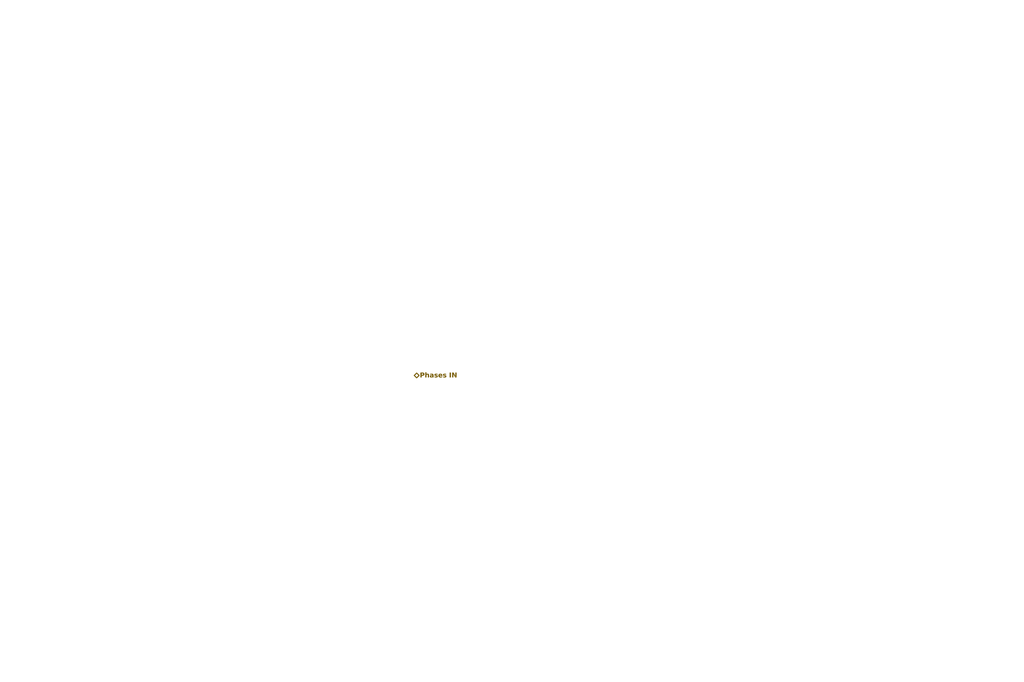
<source format=kicad_sch>
(kicad_sch
	(version 20240101)
	(generator "eeschema")
	(generator_version "8.99")
	(uuid "9656877e-9947-4465-b8a7-40790b2fc774")
	(paper "User" 270 180)
	(lib_symbols)
	(hierarchical_label "Phases IN"
		(shape bidirectional)
		(at 109.22 99.06 0)
		(fields_autoplaced yes)
		(effects
			(font
				(face "JetBrains Mono")
				(size 1.27 1.27)
				(thickness 0.254)
				(bold yes)
			)
			(justify left)
		)
		(uuid "c3e544e6-278e-443e-8a8a-e653d4b2a8fa")
	)
)
</source>
